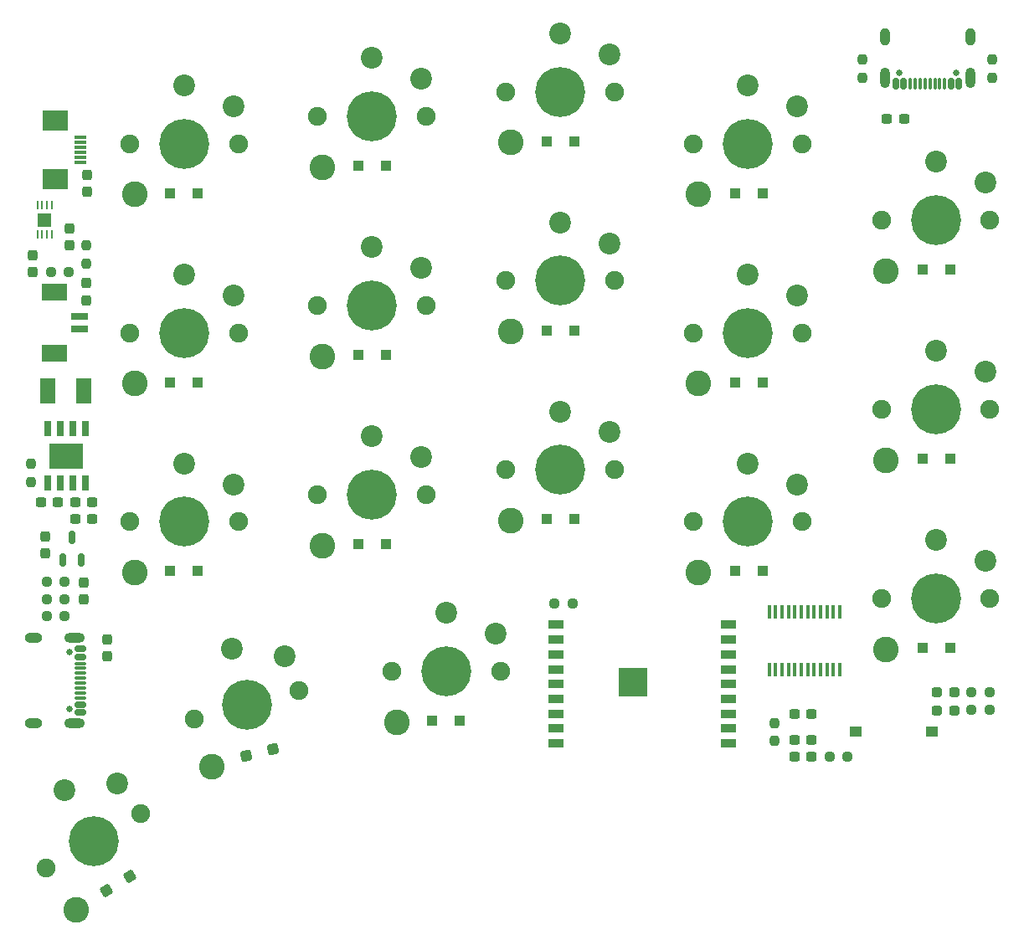
<source format=gbr>
%TF.GenerationSoftware,KiCad,Pcbnew,8.0.4*%
%TF.CreationDate,2024-08-15T01:19:59+08:00*%
%TF.ProjectId,gemini_right,67656d69-6e69-45f7-9269-6768742e6b69,rev?*%
%TF.SameCoordinates,Original*%
%TF.FileFunction,Soldermask,Top*%
%TF.FilePolarity,Negative*%
%FSLAX46Y46*%
G04 Gerber Fmt 4.6, Leading zero omitted, Abs format (unit mm)*
G04 Created by KiCad (PCBNEW 8.0.4) date 2024-08-15 01:19:59*
%MOMM*%
%LPD*%
G01*
G04 APERTURE LIST*
G04 Aperture macros list*
%AMRoundRect*
0 Rectangle with rounded corners*
0 $1 Rounding radius*
0 $2 $3 $4 $5 $6 $7 $8 $9 X,Y pos of 4 corners*
0 Add a 4 corners polygon primitive as box body*
4,1,4,$2,$3,$4,$5,$6,$7,$8,$9,$2,$3,0*
0 Add four circle primitives for the rounded corners*
1,1,$1+$1,$2,$3*
1,1,$1+$1,$4,$5*
1,1,$1+$1,$6,$7*
1,1,$1+$1,$8,$9*
0 Add four rect primitives between the rounded corners*
20,1,$1+$1,$2,$3,$4,$5,0*
20,1,$1+$1,$4,$5,$6,$7,0*
20,1,$1+$1,$6,$7,$8,$9,0*
20,1,$1+$1,$8,$9,$2,$3,0*%
G04 Aperture macros list end*
%ADD10RoundRect,0.250000X-0.109808X-0.409808X0.409808X-0.109808X0.109808X0.409808X-0.409808X0.109808X0*%
%ADD11RoundRect,0.062500X0.062500X-0.325000X0.062500X0.325000X-0.062500X0.325000X-0.062500X-0.325000X0*%
%ADD12R,1.400000X1.400000*%
%ADD13R,1.250000X0.300000*%
%ADD14R,2.500000X2.000000*%
%ADD15RoundRect,0.250000X-0.300000X-0.300000X0.300000X-0.300000X0.300000X0.300000X-0.300000X0.300000X0*%
%ADD16C,1.900000*%
%ADD17C,2.600000*%
%ADD18C,5.050000*%
%ADD19C,2.200000*%
%ADD20RoundRect,0.237500X0.250000X0.237500X-0.250000X0.237500X-0.250000X-0.237500X0.250000X-0.237500X0*%
%ADD21RoundRect,0.237500X0.300000X0.237500X-0.300000X0.237500X-0.300000X-0.237500X0.300000X-0.237500X0*%
%ADD22R,0.700000X1.550000*%
%ADD23R,3.500000X2.600000*%
%ADD24RoundRect,0.237500X-0.250000X-0.237500X0.250000X-0.237500X0.250000X0.237500X-0.250000X0.237500X0*%
%ADD25RoundRect,0.237500X-0.300000X-0.237500X0.300000X-0.237500X0.300000X0.237500X-0.300000X0.237500X0*%
%ADD26RoundRect,0.150000X0.150000X-0.512500X0.150000X0.512500X-0.150000X0.512500X-0.150000X-0.512500X0*%
%ADD27RoundRect,0.237500X-0.237500X0.300000X-0.237500X-0.300000X0.237500X-0.300000X0.237500X0.300000X0*%
%ADD28R,0.450000X1.475000*%
%ADD29RoundRect,0.237500X0.237500X-0.300000X0.237500X0.300000X-0.237500X0.300000X-0.237500X-0.300000X0*%
%ADD30RoundRect,0.237500X-0.237500X0.250000X-0.237500X-0.250000X0.237500X-0.250000X0.237500X0.250000X0*%
%ADD31RoundRect,0.237500X0.287500X0.237500X-0.287500X0.237500X-0.287500X-0.237500X0.287500X-0.237500X0*%
%ADD32RoundRect,0.237500X0.237500X-0.250000X0.237500X0.250000X-0.237500X0.250000X-0.237500X-0.250000X0*%
%ADD33R,1.250000X1.000000*%
%ADD34RoundRect,0.250000X-0.212132X-0.367423X0.367423X-0.212132X0.212132X0.367423X-0.367423X0.212132X0*%
%ADD35C,0.650000*%
%ADD36RoundRect,0.150000X0.150000X0.425000X-0.150000X0.425000X-0.150000X-0.425000X0.150000X-0.425000X0*%
%ADD37RoundRect,0.075000X0.075000X0.500000X-0.075000X0.500000X-0.075000X-0.500000X0.075000X-0.500000X0*%
%ADD38O,1.000000X2.100000*%
%ADD39O,1.000000X1.800000*%
%ADD40R,1.500000X2.500000*%
%ADD41R,1.700000X0.700000*%
%ADD42R,2.500000X1.800000*%
%ADD43R,1.500000X0.900000*%
%ADD44C,0.600000*%
%ADD45R,2.900000X2.900000*%
%ADD46RoundRect,0.150000X-0.425000X0.150000X-0.425000X-0.150000X0.425000X-0.150000X0.425000X0.150000X0*%
%ADD47RoundRect,0.075000X-0.500000X0.075000X-0.500000X-0.075000X0.500000X-0.075000X0.500000X0.075000X0*%
%ADD48O,2.100000X1.000000*%
%ADD49O,1.800000X1.000000*%
G04 APERTURE END LIST*
D10*
%TO.C,D18*%
X73913787Y-127052245D03*
X76338659Y-125652245D03*
%TD*%
D11*
%TO.C,IC1*%
X66950000Y-60672500D03*
X67450000Y-60672500D03*
X67950000Y-60672500D03*
X68450000Y-60672500D03*
X68450000Y-57747500D03*
X67950000Y-57747500D03*
X67450000Y-57747500D03*
X66950000Y-57747500D03*
D12*
X67700000Y-59210000D03*
%TD*%
D13*
%TO.C,J1*%
X71337500Y-50875000D03*
X71337500Y-51375000D03*
X71337500Y-51875000D03*
X71337500Y-52375000D03*
X71337500Y-52875000D03*
X71337500Y-53375000D03*
D14*
X68762500Y-49185000D03*
X68762500Y-55065000D03*
%TD*%
D15*
%TO.C,D2*%
X156494228Y-83375000D03*
X159294228Y-83375000D03*
%TD*%
D16*
%TO.C,SW6*%
X133294228Y-89750000D03*
D17*
X133794228Y-94900000D03*
D18*
X138794228Y-89750000D03*
D16*
X144294228Y-89750000D03*
D19*
X138794228Y-83850000D03*
X143794228Y-85950000D03*
%TD*%
D15*
%TO.C,D5*%
X137494228Y-75625000D03*
X140294228Y-75625000D03*
%TD*%
D20*
%TO.C,R4*%
X121054500Y-98044000D03*
X119229500Y-98044000D03*
%TD*%
D21*
%TO.C,C8*%
X145261501Y-109220000D03*
X143536499Y-109220000D03*
%TD*%
D16*
%TO.C,SW18*%
X67863082Y-124772118D03*
D17*
X70871095Y-128982149D03*
D18*
X72626222Y-122022118D03*
D16*
X77389362Y-119272118D03*
D19*
X69676222Y-116912568D03*
X75056349Y-116231221D03*
%TD*%
D15*
%TO.C,D15*%
X80394228Y-94750000D03*
X83194228Y-94750000D03*
%TD*%
D16*
%TO.C,SW10*%
X95294228Y-48750000D03*
D17*
X95794228Y-53900000D03*
D18*
X100794228Y-48750000D03*
D16*
X106294228Y-48750000D03*
D19*
X100794228Y-42850000D03*
X105794228Y-44950000D03*
%TD*%
D21*
%TO.C,C12*%
X145261501Y-111823500D03*
X143536499Y-111823500D03*
%TD*%
D22*
%TO.C,U1*%
X71804999Y-80350000D03*
X70535000Y-80350000D03*
X69265000Y-80350000D03*
X67995001Y-80350000D03*
X67995001Y-85800000D03*
X69265000Y-85800000D03*
X70535000Y-85800000D03*
X71804999Y-85800000D03*
D23*
X69900000Y-83075000D03*
%TD*%
D16*
%TO.C,SW16*%
X102794228Y-104850000D03*
D17*
X103294228Y-110000000D03*
D18*
X108294228Y-104850000D03*
D16*
X113794228Y-104850000D03*
D19*
X108294228Y-98950000D03*
X113294228Y-101050000D03*
%TD*%
D24*
%TO.C,R10*%
X161428301Y-108800600D03*
X163253301Y-108800600D03*
%TD*%
D25*
%TO.C,C2*%
X70762498Y-89435000D03*
X72487500Y-89435000D03*
%TD*%
D24*
%TO.C,R9*%
X161428301Y-106965600D03*
X163253301Y-106965600D03*
%TD*%
D26*
%TO.C,U2*%
X69530001Y-93612500D03*
X71429999Y-93612500D03*
X70480000Y-91337500D03*
%TD*%
D24*
%TO.C,R8*%
X67881911Y-97570294D03*
X69706911Y-97570294D03*
%TD*%
D21*
%TO.C,C5*%
X145261501Y-113538000D03*
X143536499Y-113538000D03*
%TD*%
D15*
%TO.C,D8*%
X118444228Y-70375000D03*
X121244228Y-70375000D03*
%TD*%
%TO.C,D13*%
X80394228Y-56500000D03*
X83194228Y-56500000D03*
%TD*%
D27*
%TO.C,C11*%
X71625000Y-95893088D03*
X71625000Y-97618090D03*
%TD*%
D28*
%TO.C,IC2*%
X140951000Y-104738000D03*
X141601000Y-104738000D03*
X142251000Y-104738000D03*
X142901000Y-104738000D03*
X143551000Y-104738000D03*
X144201000Y-104738000D03*
X144851000Y-104738000D03*
X145501000Y-104738000D03*
X146151000Y-104738000D03*
X146801000Y-104738000D03*
X147451000Y-104738000D03*
X148101000Y-104738000D03*
X148101000Y-98862000D03*
X147451000Y-98862000D03*
X146801000Y-98862000D03*
X146151000Y-98862000D03*
X145501000Y-98862000D03*
X144851000Y-98862000D03*
X144201000Y-98862000D03*
X143551000Y-98862000D03*
X142901000Y-98862000D03*
X142251000Y-98862000D03*
X141601000Y-98862000D03*
X140951000Y-98862000D03*
%TD*%
D16*
%TO.C,SW17*%
X82813630Y-109695623D03*
D17*
X84629511Y-114540731D03*
D18*
X88126222Y-108272118D03*
D16*
X93438814Y-106848613D03*
D19*
X86599190Y-102573156D03*
X91972339Y-103307505D03*
%TD*%
D15*
%TO.C,D3*%
X156494228Y-102500000D03*
X159294228Y-102500000D03*
%TD*%
D16*
%TO.C,SW15*%
X76294228Y-89750000D03*
D17*
X76794228Y-94900000D03*
D18*
X81794228Y-89750000D03*
D16*
X87294228Y-89750000D03*
D19*
X81794228Y-83850000D03*
X86794228Y-85950000D03*
%TD*%
D29*
%TO.C,C6*%
X66504999Y-64487501D03*
X66504999Y-62762499D03*
%TD*%
D30*
%TO.C,R5*%
X163525001Y-43001911D03*
X163525001Y-44826911D03*
%TD*%
D15*
%TO.C,D10*%
X99444228Y-53750000D03*
X102244228Y-53750000D03*
%TD*%
D31*
%TO.C,D20*%
X159670799Y-108840600D03*
X157920801Y-108840600D03*
%TD*%
D16*
%TO.C,SW4*%
X133294228Y-51500000D03*
D17*
X133794228Y-56650000D03*
D18*
X138794228Y-51500000D03*
D16*
X144294228Y-51500000D03*
D19*
X138794228Y-45600000D03*
X143794228Y-47700000D03*
%TD*%
D24*
%TO.C,R7*%
X67881911Y-95835589D03*
X69706911Y-95835589D03*
%TD*%
D16*
%TO.C,SW9*%
X114294228Y-84500000D03*
D17*
X114794228Y-89650000D03*
D18*
X119794228Y-84500000D03*
D16*
X125294228Y-84500000D03*
D19*
X119794228Y-78600000D03*
X124794228Y-80700000D03*
%TD*%
D24*
%TO.C,R2*%
X68322500Y-64525001D03*
X70147500Y-64525001D03*
%TD*%
D29*
%TO.C,C7*%
X70164999Y-61767501D03*
X70164999Y-60042499D03*
%TD*%
D32*
%TO.C,R1*%
X66295000Y-85697498D03*
X66295000Y-83872498D03*
%TD*%
D16*
%TO.C,SW3*%
X152294228Y-97500000D03*
D17*
X152794228Y-102650000D03*
D18*
X157794228Y-97500000D03*
D16*
X163294228Y-97500000D03*
D19*
X157794228Y-91600000D03*
X162794228Y-93700000D03*
%TD*%
D15*
%TO.C,D7*%
X118444228Y-51250000D03*
X121244228Y-51250000D03*
%TD*%
D16*
%TO.C,SW2*%
X152294228Y-78375000D03*
D17*
X152794228Y-83525000D03*
D18*
X157794228Y-78375000D03*
D16*
X163294228Y-78375000D03*
D19*
X157794228Y-72475000D03*
X162794228Y-74575000D03*
%TD*%
D24*
%TO.C,R11*%
X67881911Y-99305000D03*
X69706911Y-99305000D03*
%TD*%
D33*
%TO.C,SW19*%
X149668000Y-110998000D03*
X157418000Y-110998000D03*
%TD*%
D15*
%TO.C,D12*%
X99444228Y-92000000D03*
X102244228Y-92000000D03*
%TD*%
%TO.C,D14*%
X80394228Y-75625000D03*
X83194228Y-75625000D03*
%TD*%
D29*
%TO.C,C16*%
X71875001Y-67337501D03*
X71875001Y-65612499D03*
%TD*%
D34*
%TO.C,D17*%
X88068022Y-113464094D03*
X90772614Y-112739400D03*
%TD*%
D16*
%TO.C,SW1*%
X152294228Y-59250000D03*
D17*
X152794228Y-64400000D03*
D18*
X157794228Y-59250000D03*
D16*
X163294228Y-59250000D03*
D19*
X157794228Y-53350000D03*
X162794228Y-55450000D03*
%TD*%
D35*
%TO.C,J2_toHost1*%
X159850000Y-44369999D03*
X154070000Y-44369999D03*
D36*
X160160000Y-45444999D03*
X159360000Y-45444999D03*
D37*
X158210000Y-45444999D03*
X157210000Y-45444999D03*
X156710000Y-45444999D03*
X155710000Y-45444999D03*
D36*
X154560000Y-45444999D03*
X153760000Y-45444999D03*
X153760000Y-45444999D03*
X154560000Y-45444999D03*
D37*
X155210000Y-45444999D03*
X156210000Y-45444999D03*
X157710000Y-45444999D03*
X158710000Y-45444999D03*
D36*
X159360000Y-45444999D03*
X160160000Y-45444999D03*
D38*
X161280000Y-44869999D03*
D39*
X161280000Y-40689999D03*
D38*
X152640000Y-44869999D03*
D39*
X152640000Y-40689999D03*
%TD*%
D30*
%TO.C,R6*%
X150394999Y-43001911D03*
X150394999Y-44826911D03*
%TD*%
D40*
%TO.C,L1*%
X67974999Y-76520000D03*
X71675001Y-76520000D03*
%TD*%
D15*
%TO.C,D16*%
X106894228Y-109850000D03*
X109694228Y-109850000D03*
%TD*%
D32*
%TO.C,R13*%
X141478000Y-111910500D03*
X141478000Y-110085500D03*
%TD*%
D20*
%TO.C,R12*%
X148867500Y-113538000D03*
X147042500Y-113538000D03*
%TD*%
D16*
%TO.C,SW8*%
X114294228Y-65375000D03*
D17*
X114794228Y-70525000D03*
D18*
X119794228Y-65375000D03*
D16*
X125294228Y-65375000D03*
D19*
X119794228Y-59475000D03*
X124794228Y-61575000D03*
%TD*%
D25*
%TO.C,C3*%
X70762499Y-87794411D03*
X72487501Y-87794411D03*
%TD*%
D15*
%TO.C,D1*%
X156494228Y-64250000D03*
X159294228Y-64250000D03*
%TD*%
%TO.C,D6*%
X137494228Y-94750000D03*
X140294228Y-94750000D03*
%TD*%
D16*
%TO.C,SW7*%
X114294228Y-46250000D03*
D17*
X114794228Y-51400000D03*
D18*
X119794228Y-46250000D03*
D16*
X125294228Y-46250000D03*
D19*
X119794228Y-40350000D03*
X124794228Y-42450000D03*
%TD*%
D27*
%TO.C,C13*%
X72005000Y-54672499D03*
X72005000Y-56397501D03*
%TD*%
D29*
%TO.C,C10*%
X67715000Y-92937502D03*
X67715000Y-91212500D03*
%TD*%
D16*
%TO.C,SW13*%
X76294228Y-51500000D03*
D17*
X76794228Y-56650000D03*
D18*
X81794228Y-51500000D03*
D16*
X87294228Y-51500000D03*
D19*
X81794228Y-45600000D03*
X86794228Y-47700000D03*
%TD*%
D30*
%TO.C,R3*%
X71875000Y-61812500D03*
X71875000Y-63637500D03*
%TD*%
D15*
%TO.C,D11*%
X99444228Y-72875000D03*
X102244228Y-72875000D03*
%TD*%
D16*
%TO.C,SW5*%
X133294228Y-70625000D03*
D17*
X133794228Y-75775000D03*
D18*
X138794228Y-70625000D03*
D16*
X144294228Y-70625000D03*
D19*
X138794228Y-64725000D03*
X143794228Y-66825000D03*
%TD*%
D15*
%TO.C,D4*%
X137494228Y-56500000D03*
X140294228Y-56500000D03*
%TD*%
D16*
%TO.C,SW11*%
X95294228Y-67875000D03*
D17*
X95794228Y-73025000D03*
D18*
X100794228Y-67875000D03*
D16*
X106294228Y-67875000D03*
D19*
X100794228Y-61975000D03*
X105794228Y-64075000D03*
%TD*%
D41*
%TO.C,J2*%
X71207503Y-68995000D03*
X71207503Y-70245000D03*
D42*
X68707503Y-66545000D03*
X68707503Y-72695000D03*
%TD*%
D43*
%TO.C,U3*%
X136880000Y-112161000D03*
X136880000Y-110661000D03*
X136880000Y-109161000D03*
X136880000Y-107661000D03*
X136880000Y-106161000D03*
X136880000Y-104661000D03*
X136880000Y-103161000D03*
X136880000Y-101661000D03*
X136880000Y-100161000D03*
X119380000Y-100161000D03*
X119380000Y-101661000D03*
X119380000Y-103161000D03*
X119380000Y-104661000D03*
X119380000Y-106161000D03*
X119380000Y-107661000D03*
X119380000Y-109161000D03*
X119380000Y-110661000D03*
X119380000Y-112161000D03*
D44*
X128270000Y-106510999D03*
X128270000Y-105411000D03*
X127720000Y-107061000D03*
X127720000Y-105961000D03*
X127720000Y-104861000D03*
X127170000Y-106511000D03*
D45*
X127170000Y-105961000D03*
D44*
X127170000Y-105410999D03*
X126620000Y-107061000D03*
X126620000Y-105961000D03*
X126620000Y-104861000D03*
X126070000Y-106510999D03*
X126070000Y-105411000D03*
%TD*%
D16*
%TO.C,SW12*%
X95294228Y-87000000D03*
D17*
X95794228Y-92150000D03*
D18*
X100794228Y-87000000D03*
D16*
X106294228Y-87000000D03*
D19*
X100794228Y-81100000D03*
X105794228Y-83200000D03*
%TD*%
D15*
%TO.C,D9*%
X118444228Y-89500000D03*
X121244228Y-89500000D03*
%TD*%
D31*
%TO.C,D19*%
X159670799Y-107005600D03*
X157920801Y-107005600D03*
%TD*%
D16*
%TO.C,SW14*%
X76294228Y-70625000D03*
D17*
X76794228Y-75775000D03*
D18*
X81794228Y-70625000D03*
D16*
X87294228Y-70625000D03*
D19*
X81794228Y-64725000D03*
X86794228Y-66825000D03*
%TD*%
D21*
%TO.C,C9*%
X154576912Y-48974706D03*
X152851910Y-48974706D03*
%TD*%
D35*
%TO.C,J1_toLeft1*%
X70224227Y-102930000D03*
X70224227Y-108710000D03*
D46*
X71299227Y-102620000D03*
X71299227Y-103420000D03*
D47*
X71299227Y-104570000D03*
X71299227Y-105570000D03*
X71299227Y-106070000D03*
X71299227Y-107070000D03*
D46*
X71299227Y-108220000D03*
X71299227Y-109020000D03*
X71299227Y-109020000D03*
X71299227Y-108220000D03*
D47*
X71299227Y-107570000D03*
X71299227Y-106570000D03*
X71299227Y-105070000D03*
X71299227Y-104070000D03*
D46*
X71299227Y-103420000D03*
X71299227Y-102620000D03*
D48*
X70724227Y-101500000D03*
D49*
X66544227Y-101500000D03*
D48*
X70724227Y-110140000D03*
D49*
X66544227Y-110140000D03*
%TD*%
D25*
%TO.C,C4*%
X67322498Y-87775000D03*
X69047500Y-87775000D03*
%TD*%
D29*
%TO.C,C1*%
X74055000Y-103382501D03*
X74055000Y-101657499D03*
%TD*%
M02*

</source>
